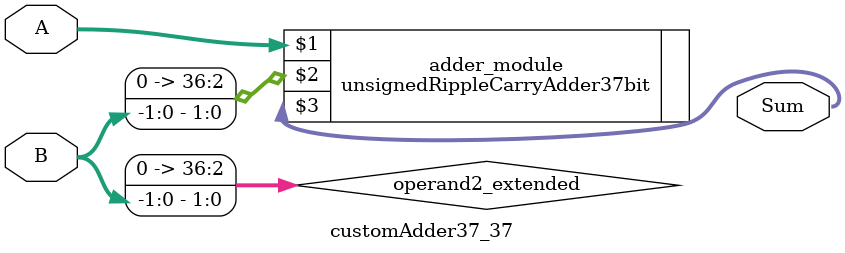
<source format=v>
module customAdder37_37(
                        input [36 : 0] A,
                        input [-1 : 0] B,
                        
                        output [37 : 0] Sum
                );

        wire [36 : 0] operand2_extended;
        
        assign operand2_extended =  {37'b0, B};
        
        unsignedRippleCarryAdder37bit adder_module(
            A,
            operand2_extended,
            Sum
        );
        
        endmodule
        
</source>
